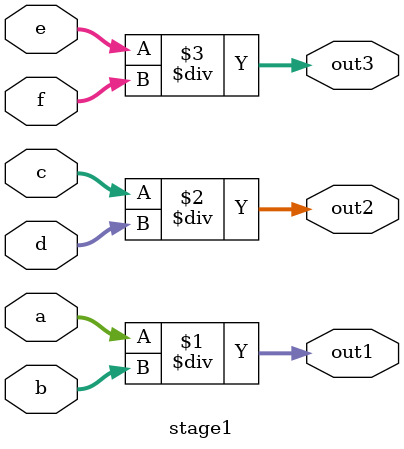
<source format=v>
`timescale 1ns / 1ps


module stage1(out1,out2,out3,a,b,c,d,e,f);
    input [7:0] a;
    input [7:0] b;
    input [7:0] c;
    input [7:0] d;
    input [7:0] e;
    input [7:0] f;
    output [7:0] out1;
    output [7:0] out2;
    output [7:0] out3;
    
     
    assign out1  = a / b;
    assign out2 = c / d;
    assign out3 = e / f;
    
   
    
endmodule

</source>
